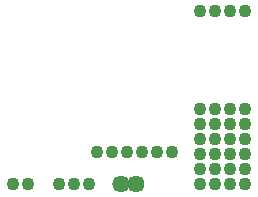
<source format=gbs>
G04 #@! TF.FileFunction,Soldermask,Bot*
%FSLAX46Y46*%
G04 Gerber Fmt 4.6, Leading zero omitted, Abs format (unit mm)*
G04 Created by KiCad (PCBNEW (2014-12-04 BZR 5312)-product) date 4/7/2015 9:57:59 PM*
%MOMM*%
G01*
G04 APERTURE LIST*
%ADD10C,0.100000*%
%ADD11C,1.455600*%
%ADD12C,1.100000*%
G04 APERTURE END LIST*
D10*
D11*
X131953000Y-46101000D03*
X130683000Y-46101000D03*
D12*
X122809000Y-46101000D03*
X121539000Y-46101000D03*
X141224000Y-39751000D03*
X139954000Y-39751000D03*
X138684000Y-39751000D03*
X137414000Y-39751000D03*
X137414000Y-41021000D03*
X137414000Y-42291000D03*
X137414000Y-43561000D03*
X137414000Y-44831000D03*
X137414000Y-46101000D03*
X138684000Y-41021000D03*
X138684000Y-42291000D03*
X138684000Y-43561000D03*
X138684000Y-44831000D03*
X138684000Y-46101000D03*
X139954000Y-41021000D03*
X139954000Y-42291000D03*
X139954000Y-43561000D03*
X139954000Y-44831000D03*
X139954000Y-46101000D03*
X141224000Y-41021000D03*
X141224000Y-42291000D03*
X141224000Y-43561000D03*
X141224000Y-44831000D03*
X141224000Y-46101000D03*
X137414000Y-31496000D03*
X138684000Y-31496000D03*
X139954000Y-31496000D03*
X141224000Y-31496000D03*
X128651000Y-43434000D03*
X135001000Y-43434000D03*
X133731000Y-43434000D03*
X132461000Y-43434000D03*
X131191000Y-43434000D03*
X129921000Y-43434000D03*
X125476000Y-46101000D03*
X126746000Y-46101000D03*
X128016000Y-46101000D03*
M02*

</source>
